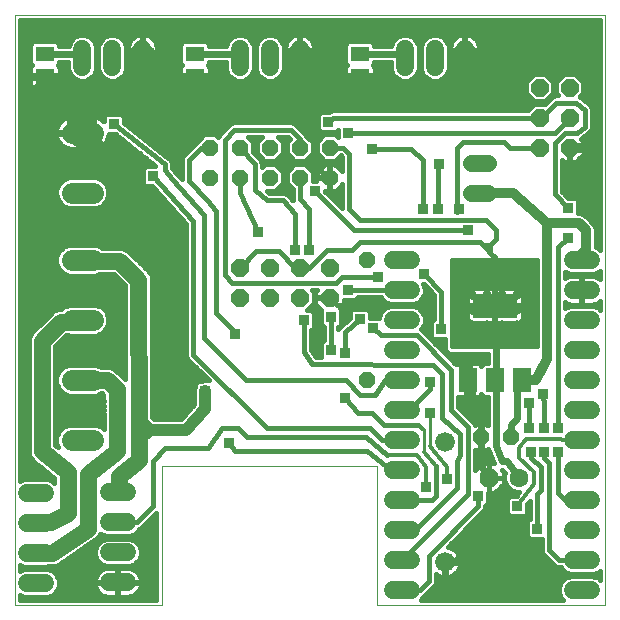
<source format=gtl>
G75*
%MOIN*%
%OFA0B0*%
%FSLAX24Y24*%
%IPPOS*%
%LPD*%
%AMOC8*
5,1,8,0,0,1.08239X$1,22.5*
%
%ADD10C,0.0000*%
%ADD11OC8,0.0630*%
%ADD12C,0.0630*%
%ADD13OC8,0.0520*%
%ADD14R,0.0591X0.0787*%
%ADD15R,0.1496X0.0787*%
%ADD16C,0.0600*%
%ADD17C,0.0560*%
%ADD18OC8,0.0560*%
%ADD19OC8,0.0594*%
%ADD20OC8,0.0600*%
%ADD21C,0.0660*%
%ADD22R,0.0630X0.0512*%
%ADD23C,0.0705*%
%ADD24C,0.0560*%
%ADD25C,0.0240*%
%ADD26C,0.1000*%
%ADD27C,0.0160*%
%ADD28C,0.0320*%
%ADD29R,0.0356X0.0356*%
%ADD30C,0.0400*%
%ADD31C,0.0317*%
%ADD32C,0.0100*%
%ADD33C,0.0120*%
D10*
X000267Y000180D02*
X000267Y019865D01*
X019952Y019865D01*
X019952Y000180D01*
X012326Y000180D01*
X012326Y004836D01*
X005161Y004836D01*
X005161Y000180D01*
X000267Y000180D01*
D11*
X016067Y004430D03*
D12*
X017067Y004430D03*
D13*
X016817Y005780D03*
X015817Y005780D03*
X012017Y007680D03*
X012017Y011680D03*
D14*
X015361Y007690D03*
X016267Y007690D03*
X017172Y007690D03*
D15*
X016267Y010170D03*
D16*
X018867Y009680D02*
X019467Y009680D01*
X019467Y008680D02*
X018867Y008680D01*
X018867Y007680D02*
X019467Y007680D01*
X019467Y006680D02*
X018867Y006680D01*
X018867Y005680D02*
X019467Y005680D01*
X019467Y004680D02*
X018867Y004680D01*
X018867Y003680D02*
X019467Y003680D01*
X019467Y002680D02*
X018867Y002680D01*
X018867Y001680D02*
X019467Y001680D01*
X019467Y000680D02*
X018867Y000680D01*
X013467Y000680D02*
X012867Y000680D01*
X012867Y001680D02*
X013467Y001680D01*
X013467Y002680D02*
X012867Y002680D01*
X012867Y003680D02*
X013467Y003680D01*
X013467Y004680D02*
X012867Y004680D01*
X012867Y005680D02*
X013467Y005680D01*
X013467Y006680D02*
X012867Y006680D01*
X012867Y007680D02*
X013467Y007680D01*
X013467Y008680D02*
X012867Y008680D01*
X012867Y009680D02*
X013467Y009680D01*
X013467Y010680D02*
X012867Y010680D01*
X012867Y011680D02*
X013467Y011680D01*
X018867Y011680D02*
X019467Y011680D01*
X019467Y010680D02*
X018867Y010680D01*
X015267Y018130D02*
X015267Y018730D01*
X014267Y018730D02*
X014267Y018130D01*
X013267Y018130D02*
X013267Y018730D01*
X009767Y018730D02*
X009767Y018130D01*
X008767Y018130D02*
X008767Y018730D01*
X007767Y018730D02*
X007767Y018130D01*
X004517Y018130D02*
X004517Y018730D01*
X003517Y018730D02*
X003517Y018130D01*
X002517Y018130D02*
X002517Y018730D01*
X003403Y003943D02*
X004003Y003943D01*
X004003Y002943D02*
X003403Y002943D01*
X003403Y001943D02*
X004003Y001943D01*
X004003Y000943D02*
X003403Y000943D01*
X001273Y000926D02*
X000673Y000926D01*
X000673Y001926D02*
X001273Y001926D01*
X001273Y002926D02*
X000673Y002926D01*
X000673Y003926D02*
X001273Y003926D01*
D17*
X010767Y014430D03*
D18*
X010767Y015430D03*
X009767Y015430D03*
X009767Y014430D03*
X008767Y014430D03*
X008767Y015430D03*
X007767Y015430D03*
X006767Y015430D03*
X006767Y014430D03*
X007767Y014430D03*
D19*
X017767Y015430D03*
X018767Y015430D03*
X018767Y016430D03*
X017767Y016430D03*
X017767Y017430D03*
X018767Y017430D03*
D20*
X010767Y011430D03*
X010767Y010430D03*
X009767Y010430D03*
X009767Y011430D03*
X008767Y011430D03*
X008767Y010430D03*
X007767Y010430D03*
X007767Y011430D03*
D21*
X014617Y005630D03*
X014617Y001630D03*
D22*
X011767Y017806D03*
X011767Y018554D03*
X006267Y018554D03*
X006267Y017806D03*
X001267Y017806D03*
X001267Y018554D03*
D23*
X002164Y015930D02*
X002869Y015930D01*
X002869Y013930D02*
X002164Y013930D01*
X002164Y011680D02*
X002869Y011680D01*
X002869Y009680D02*
X002164Y009680D01*
X002164Y007680D02*
X002869Y007680D01*
X002869Y005680D02*
X002164Y005680D01*
D24*
X001180Y005311D02*
X002029Y004636D01*
X002029Y003257D01*
X001467Y002955D01*
X000973Y002926D01*
X000973Y001926D02*
X001507Y001912D01*
X002707Y002733D01*
X002709Y004570D01*
X003686Y005329D01*
X003660Y007393D01*
X003347Y007680D01*
X002517Y007680D01*
X001180Y008990D02*
X001807Y009617D01*
X002453Y009617D01*
X002517Y009680D01*
X001180Y008990D02*
X001180Y005311D01*
X003747Y004491D02*
X003703Y003943D01*
X003747Y004491D02*
X004402Y005006D01*
X004400Y005930D01*
X004400Y006030D01*
X004390Y011035D01*
X003739Y011656D01*
X002541Y011656D01*
X002517Y011680D01*
X005677Y012770D02*
X002517Y015930D01*
X005677Y012770D02*
X005680Y006622D01*
X015487Y013930D02*
X016047Y013930D01*
X016047Y014930D02*
X015487Y014930D01*
D25*
X013267Y018430D02*
X013143Y018554D01*
X011767Y018554D01*
X007767Y018430D02*
X007643Y018554D01*
X006267Y018554D01*
X002517Y018430D02*
X002393Y018554D01*
X001267Y018554D01*
X015361Y007690D02*
X015517Y007284D01*
X015517Y006480D01*
X015817Y006180D01*
X015817Y005780D01*
X015817Y004830D01*
X016067Y004430D01*
X016517Y004980D02*
X016317Y005480D01*
X016317Y008830D01*
X016517Y009030D01*
X017172Y007690D02*
X017017Y007284D01*
X017017Y006430D01*
X016817Y006180D01*
X016817Y005780D01*
X016667Y004980D02*
X016517Y004980D01*
X016667Y004980D02*
X017067Y004430D01*
D26*
X015267Y017180D02*
X011717Y017180D01*
X010417Y017180D01*
X009767Y017180D01*
X006267Y017180D01*
X004517Y017180D01*
X002517Y017180D01*
X002517Y015930D01*
X002517Y017180D02*
X001267Y017180D01*
X004517Y017180D02*
X004517Y018430D01*
X009767Y018430D02*
X009767Y017180D01*
X015267Y017180D02*
X015267Y018430D01*
D27*
X015287Y018450D02*
X015747Y018450D01*
X015747Y018768D01*
X015735Y018842D01*
X015711Y018914D01*
X015677Y018982D01*
X015633Y019043D01*
X015579Y019096D01*
X015518Y019141D01*
X015451Y019175D01*
X015379Y019198D01*
X015304Y019210D01*
X015287Y019210D01*
X015287Y018450D01*
X015287Y018410D01*
X015747Y018410D01*
X015747Y018092D01*
X015735Y018018D01*
X015711Y017946D01*
X015677Y017878D01*
X015633Y017817D01*
X015579Y017764D01*
X015518Y017719D01*
X015451Y017685D01*
X015379Y017662D01*
X015304Y017650D01*
X015287Y017650D01*
X015287Y018410D01*
X015247Y018410D01*
X015247Y017650D01*
X015229Y017650D01*
X015154Y017662D01*
X015082Y017685D01*
X015015Y017719D01*
X014954Y017764D01*
X014901Y017817D01*
X014856Y017878D01*
X014822Y017946D01*
X014798Y018018D01*
X014787Y018092D01*
X014787Y018410D01*
X015247Y018410D01*
X015247Y018450D01*
X015247Y019210D01*
X015229Y019210D01*
X015154Y019198D01*
X015082Y019175D01*
X015015Y019141D01*
X014954Y019096D01*
X014901Y019043D01*
X014856Y018982D01*
X014822Y018914D01*
X014798Y018842D01*
X014787Y018768D01*
X014787Y018450D01*
X015247Y018450D01*
X015287Y018450D01*
X015287Y018408D02*
X015247Y018408D01*
X015247Y018566D02*
X015287Y018566D01*
X015287Y018725D02*
X015247Y018725D01*
X015247Y018883D02*
X015287Y018883D01*
X015287Y019042D02*
X015247Y019042D01*
X015247Y019200D02*
X015287Y019200D01*
X015367Y019200D02*
X019772Y019200D01*
X019772Y019042D02*
X015634Y019042D01*
X015722Y018883D02*
X019772Y018883D01*
X019772Y018725D02*
X015747Y018725D01*
X015747Y018566D02*
X019772Y018566D01*
X019772Y018408D02*
X015747Y018408D01*
X015747Y018249D02*
X019772Y018249D01*
X019772Y018091D02*
X015746Y018091D01*
X015705Y017932D02*
X019772Y017932D01*
X019772Y017774D02*
X019070Y017774D01*
X018956Y017888D02*
X018577Y017888D01*
X018309Y017620D01*
X018309Y017240D01*
X018379Y017171D01*
X018269Y017171D01*
X018180Y017134D01*
X018113Y017066D01*
X017934Y016888D01*
X017577Y016888D01*
X017360Y016671D01*
X010819Y016671D01*
X010730Y016634D01*
X010715Y016619D01*
X010472Y016619D01*
X010378Y016525D01*
X010378Y016035D01*
X010472Y015941D01*
X010961Y015941D01*
X011028Y016008D01*
X011028Y015792D01*
X010949Y015871D01*
X010584Y015871D01*
X010326Y015613D01*
X010326Y015247D01*
X010584Y014989D01*
X010949Y014989D01*
X011133Y015173D01*
X011176Y015130D01*
X011176Y014640D01*
X011160Y014671D01*
X011118Y014730D01*
X011066Y014781D01*
X011008Y014823D01*
X010943Y014856D01*
X010874Y014879D01*
X010803Y014890D01*
X010777Y014890D01*
X010777Y014440D01*
X010757Y014440D01*
X010757Y014890D01*
X010730Y014890D01*
X010659Y014879D01*
X010590Y014856D01*
X010526Y014823D01*
X010467Y014781D01*
X010416Y014730D01*
X010373Y014671D01*
X010340Y014607D01*
X010318Y014538D01*
X010307Y014466D01*
X010307Y014440D01*
X010757Y014440D01*
X010757Y014420D01*
X010777Y014420D01*
X010777Y013970D01*
X010803Y013970D01*
X010874Y013981D01*
X010943Y014004D01*
X011008Y014037D01*
X011066Y014079D01*
X011118Y014130D01*
X011160Y014189D01*
X011176Y014220D01*
X011176Y013411D01*
X010605Y013982D01*
X010605Y013999D01*
X010659Y013981D01*
X010730Y013970D01*
X010757Y013970D01*
X010757Y014420D01*
X010307Y014420D01*
X010307Y014394D01*
X010318Y014322D01*
X010319Y014319D01*
X010207Y014319D01*
X010207Y014613D01*
X009949Y014871D01*
X009584Y014871D01*
X009326Y014613D01*
X009326Y014247D01*
X009526Y014047D01*
X009526Y013739D01*
X009523Y013701D01*
X009525Y013696D01*
X009424Y013810D01*
X009421Y013816D01*
X009392Y013845D01*
X009365Y013876D01*
X009358Y013879D01*
X009353Y013884D01*
X009315Y013900D01*
X009279Y013917D01*
X009271Y013918D01*
X009265Y013921D01*
X009224Y013921D01*
X009183Y013923D01*
X009176Y013921D01*
X008757Y013921D01*
X008679Y013989D01*
X008949Y013989D01*
X009207Y014247D01*
X009207Y014613D01*
X008949Y014871D01*
X008584Y014871D01*
X008507Y014794D01*
X008507Y014874D01*
X008509Y014916D01*
X008507Y014922D01*
X008507Y014928D01*
X008491Y014967D01*
X008477Y015006D01*
X008473Y015011D01*
X008471Y015016D01*
X008441Y015046D01*
X008207Y015303D01*
X008207Y015613D01*
X008031Y015789D01*
X008503Y015789D01*
X008326Y015613D01*
X008326Y015247D01*
X008584Y014989D01*
X008949Y014989D01*
X009207Y015247D01*
X009207Y015613D01*
X009031Y015789D01*
X009367Y015789D01*
X009435Y015721D01*
X009326Y015613D01*
X009326Y015247D01*
X009584Y014989D01*
X009949Y014989D01*
X010207Y015247D01*
X010207Y015613D01*
X009983Y015837D01*
X009971Y015866D01*
X009671Y016166D01*
X009603Y016234D01*
X009515Y016271D01*
X007605Y016271D01*
X007596Y016274D01*
X007557Y016271D01*
X007519Y016271D01*
X007510Y016267D01*
X007500Y016266D01*
X007466Y016249D01*
X007430Y016234D01*
X007424Y016227D01*
X007415Y016223D01*
X007390Y016194D01*
X007363Y016166D01*
X007359Y016158D01*
X007090Y015844D01*
X007063Y015816D01*
X007059Y015808D01*
X007053Y015800D01*
X007045Y015775D01*
X006949Y015871D01*
X006584Y015871D01*
X006360Y015646D01*
X006330Y015634D01*
X006263Y015566D01*
X005863Y015166D01*
X005826Y015078D01*
X005826Y014392D01*
X005700Y014536D01*
X005507Y014767D01*
X005507Y014846D01*
X005511Y014860D01*
X005507Y014894D01*
X005507Y014928D01*
X005502Y014941D01*
X005500Y014955D01*
X005484Y014985D01*
X005471Y015016D01*
X005461Y015026D01*
X005454Y015039D01*
X005427Y015060D01*
X005403Y015084D01*
X005390Y015089D01*
X003905Y016268D01*
X003905Y016475D01*
X003811Y016569D01*
X003322Y016569D01*
X003228Y016475D01*
X003228Y016324D01*
X003216Y016336D01*
X003148Y016385D01*
X003074Y016423D01*
X002994Y016449D01*
X002911Y016462D01*
X002554Y016462D01*
X002554Y015968D01*
X002479Y015968D01*
X002479Y016462D01*
X002122Y016462D01*
X002039Y016449D01*
X001960Y016423D01*
X001885Y016385D01*
X001817Y016336D01*
X001758Y016277D01*
X001709Y016209D01*
X001671Y016134D01*
X001645Y016055D01*
X001632Y015972D01*
X001632Y015968D01*
X002479Y015968D01*
X002479Y015892D01*
X002554Y015892D01*
X002554Y015397D01*
X002911Y015398D01*
X002994Y015411D01*
X003074Y015437D01*
X003148Y015475D01*
X003216Y015524D01*
X003275Y015583D01*
X003325Y015651D01*
X003363Y015726D01*
X003389Y015805D01*
X003402Y015888D01*
X003402Y015891D01*
X003606Y015891D01*
X004957Y014819D01*
X004622Y014819D01*
X004528Y014725D01*
X004528Y014235D01*
X004622Y014141D01*
X004848Y014141D01*
X005976Y012888D01*
X005976Y008482D01*
X006013Y008394D01*
X006080Y008326D01*
X006735Y007672D01*
X006688Y007691D01*
X006545Y007691D01*
X006492Y007669D01*
X006372Y007669D01*
X006278Y007575D01*
X006278Y007455D01*
X006256Y007402D01*
X006256Y006872D01*
X005809Y006391D01*
X004916Y006391D01*
X004839Y006467D01*
X004831Y010953D01*
X004832Y010958D01*
X005976Y010958D01*
X005976Y010800D02*
X004831Y010800D01*
X004832Y010958D02*
X004830Y011041D01*
X004830Y011124D01*
X004828Y011128D01*
X004828Y011133D01*
X004795Y011209D01*
X004763Y011285D01*
X004759Y011289D01*
X004757Y011293D01*
X004697Y011351D01*
X004639Y011409D01*
X004634Y011411D01*
X004047Y011971D01*
X003988Y012030D01*
X003983Y012032D01*
X003979Y012035D01*
X003903Y012065D01*
X003826Y012097D01*
X003821Y012097D01*
X003816Y012099D01*
X003733Y012097D01*
X003178Y012097D01*
X003160Y012115D01*
X002971Y012193D01*
X002062Y012193D01*
X001873Y012115D01*
X001729Y011971D01*
X001651Y011782D01*
X001651Y011578D01*
X001729Y011389D01*
X001873Y011245D01*
X002062Y011167D01*
X002971Y011167D01*
X003088Y011215D01*
X003562Y011215D01*
X003949Y010846D01*
X003956Y007721D01*
X003905Y007770D01*
X003898Y007773D01*
X003651Y007999D01*
X003596Y008054D01*
X003587Y008058D01*
X003579Y008064D01*
X003506Y008091D01*
X003434Y008121D01*
X003424Y008121D01*
X003414Y008124D01*
X003337Y008121D01*
X003146Y008121D01*
X002971Y008193D01*
X002062Y008193D01*
X001873Y008115D01*
X001729Y007971D01*
X001651Y007782D01*
X001651Y007578D01*
X001729Y007389D01*
X001873Y007245D01*
X002062Y007167D01*
X002971Y007167D01*
X003146Y007239D01*
X003176Y007239D01*
X003222Y007197D01*
X003237Y006038D01*
X003160Y006115D01*
X002971Y006193D01*
X002062Y006193D01*
X001873Y006115D01*
X001729Y005971D01*
X001651Y005782D01*
X001651Y005578D01*
X001699Y005461D01*
X001621Y005524D01*
X001621Y008807D01*
X001989Y009176D01*
X002040Y009176D01*
X002062Y009167D01*
X002971Y009167D01*
X003160Y009245D01*
X003304Y009389D01*
X003382Y009578D01*
X003382Y009782D01*
X003304Y009971D01*
X003160Y010115D01*
X002971Y010193D01*
X002062Y010193D01*
X001873Y010115D01*
X001816Y010057D01*
X001719Y010057D01*
X001557Y009990D01*
X001433Y009866D01*
X000806Y009239D01*
X000739Y009078D01*
X000739Y005373D01*
X000732Y005348D01*
X000739Y005286D01*
X000739Y005223D01*
X000749Y005200D01*
X000752Y005174D01*
X000782Y005119D01*
X000806Y005061D01*
X000825Y005043D01*
X000837Y005021D01*
X000886Y004982D01*
X000930Y004937D01*
X000954Y004928D01*
X001588Y004423D01*
X001588Y004262D01*
X001534Y004317D01*
X001365Y004387D01*
X000581Y004387D01*
X000447Y004331D01*
X000447Y019685D01*
X019772Y019685D01*
X019772Y012026D01*
X019728Y012071D01*
X019637Y012108D01*
X019637Y012744D01*
X019589Y012862D01*
X019339Y013112D01*
X019248Y013202D01*
X019130Y013251D01*
X019055Y013251D01*
X019055Y013675D01*
X018961Y013769D01*
X018718Y013769D01*
X018507Y013980D01*
X018507Y015015D01*
X018569Y014953D01*
X018748Y014953D01*
X018748Y015412D01*
X018785Y015412D01*
X018785Y015448D01*
X019244Y015448D01*
X019244Y015628D01*
X019147Y015724D01*
X019153Y015726D01*
X019177Y015750D01*
X019390Y015921D01*
X019403Y015926D01*
X019427Y015950D01*
X019454Y015972D01*
X019461Y015984D01*
X019471Y015994D01*
X019484Y016026D01*
X019501Y016056D01*
X019502Y016069D01*
X019507Y016082D01*
X019507Y016117D01*
X019511Y016151D01*
X019507Y016164D01*
X019507Y016643D01*
X019511Y016654D01*
X019507Y016691D01*
X019507Y016728D01*
X019503Y016738D01*
X019502Y016749D01*
X019485Y016782D01*
X019471Y016816D01*
X019463Y016824D01*
X019458Y016834D01*
X019429Y016858D01*
X019403Y016884D01*
X019393Y016888D01*
X019129Y017108D01*
X019110Y017127D01*
X019224Y017240D01*
X019224Y017620D01*
X018956Y017888D01*
X019224Y017615D02*
X019772Y017615D01*
X019772Y017457D02*
X019224Y017457D01*
X019224Y017298D02*
X019772Y017298D01*
X019772Y017140D02*
X019123Y017140D01*
X019281Y016981D02*
X019772Y016981D01*
X019772Y016823D02*
X019465Y016823D01*
X019510Y016664D02*
X019772Y016664D01*
X019772Y016506D02*
X019507Y016506D01*
X019507Y016347D02*
X019772Y016347D01*
X019772Y016189D02*
X019507Y016189D01*
X019486Y016030D02*
X019772Y016030D01*
X019772Y015872D02*
X019329Y015872D01*
X019158Y015713D02*
X019772Y015713D01*
X019772Y015555D02*
X019244Y015555D01*
X019244Y015412D02*
X018785Y015412D01*
X018785Y014953D01*
X018964Y014953D01*
X019244Y015232D01*
X019244Y015412D01*
X019244Y015396D02*
X019772Y015396D01*
X019772Y015238D02*
X019244Y015238D01*
X019090Y015079D02*
X019772Y015079D01*
X019772Y014921D02*
X018507Y014921D01*
X018507Y014762D02*
X019772Y014762D01*
X019772Y014604D02*
X018507Y014604D01*
X018507Y014445D02*
X019772Y014445D01*
X019772Y014287D02*
X018507Y014287D01*
X018507Y014128D02*
X019772Y014128D01*
X019772Y013970D02*
X018518Y013970D01*
X018676Y013811D02*
X019772Y013811D01*
X019772Y013653D02*
X019055Y013653D01*
X019055Y013494D02*
X019772Y013494D01*
X019772Y013336D02*
X019055Y013336D01*
X019273Y013177D02*
X019772Y013177D01*
X019772Y013019D02*
X019432Y013019D01*
X019589Y012860D02*
X019772Y012860D01*
X019772Y012702D02*
X019637Y012702D01*
X019637Y012543D02*
X019772Y012543D01*
X019772Y012385D02*
X019637Y012385D01*
X019637Y012226D02*
X019772Y012226D01*
X019772Y012068D02*
X019731Y012068D01*
X019772Y011334D02*
X019772Y011052D01*
X019718Y011091D01*
X019651Y011125D01*
X019579Y011148D01*
X019504Y011160D01*
X019187Y011160D01*
X019187Y010700D01*
X019147Y010700D01*
X019147Y011160D01*
X018829Y011160D01*
X018754Y011148D01*
X018682Y011125D01*
X018615Y011091D01*
X018607Y011085D01*
X018607Y011289D01*
X018775Y011219D01*
X019558Y011219D01*
X019728Y011289D01*
X019772Y011334D01*
X019772Y011275D02*
X019693Y011275D01*
X019667Y011117D02*
X019772Y011117D01*
X019187Y011117D02*
X019147Y011117D01*
X019147Y010958D02*
X019187Y010958D01*
X019187Y010800D02*
X019147Y010800D01*
X019147Y010660D02*
X019187Y010660D01*
X019187Y010200D01*
X019504Y010200D01*
X019579Y010212D01*
X019651Y010235D01*
X019718Y010269D01*
X019772Y010308D01*
X019772Y010026D01*
X019728Y010071D01*
X019558Y010141D01*
X018775Y010141D01*
X018607Y010071D01*
X018607Y010275D01*
X018615Y010269D01*
X018682Y010235D01*
X018754Y010212D01*
X018829Y010200D01*
X019147Y010200D01*
X019147Y010660D01*
X019147Y010641D02*
X019187Y010641D01*
X019187Y010483D02*
X019147Y010483D01*
X019147Y010324D02*
X019187Y010324D01*
X018607Y010166D02*
X019772Y010166D01*
X018666Y011117D02*
X018607Y011117D01*
X018607Y011275D02*
X018640Y011275D01*
X018367Y012130D02*
X018717Y012430D01*
X018367Y012130D02*
X018367Y006080D01*
X017917Y006080D02*
X017917Y006830D01*
X017867Y007230D01*
X017417Y006930D02*
X017417Y006080D01*
X017467Y005280D02*
X017467Y005080D01*
X017817Y004780D01*
X017817Y004030D01*
X017667Y003880D01*
X017667Y002730D01*
X017328Y002716D02*
X015293Y002716D01*
X015135Y002558D02*
X017328Y002558D01*
X017328Y002485D02*
X017422Y002391D01*
X017826Y002391D01*
X017826Y001982D01*
X017863Y001894D01*
X017930Y001826D01*
X018280Y001476D01*
X018369Y001439D01*
X018468Y001439D01*
X018476Y001419D01*
X018606Y001289D01*
X018775Y001219D01*
X019558Y001219D01*
X019728Y001289D01*
X019772Y001334D01*
X019772Y001026D01*
X019728Y001071D01*
X019558Y001141D01*
X018775Y001141D01*
X018606Y001071D01*
X018476Y000941D01*
X018406Y000772D01*
X018406Y000588D01*
X018476Y000419D01*
X018535Y000360D01*
X013798Y000360D01*
X013857Y000419D01*
X013876Y000465D01*
X013903Y000476D01*
X014203Y000776D01*
X014271Y000844D01*
X014307Y000932D01*
X014307Y001224D01*
X014349Y001194D01*
X014421Y001157D01*
X014497Y001133D01*
X014577Y001120D01*
X014587Y001120D01*
X014587Y001600D01*
X014647Y001600D01*
X014647Y001660D01*
X015127Y001660D01*
X015127Y001670D01*
X015114Y001749D01*
X015089Y001826D01*
X015053Y001897D01*
X015006Y001962D01*
X014949Y002019D01*
X014884Y002066D01*
X014812Y002103D01*
X014736Y002127D01*
X014709Y002132D01*
X015853Y003276D01*
X015921Y003344D01*
X015957Y003432D01*
X015957Y003491D01*
X015961Y003491D01*
X016055Y003585D01*
X016055Y003935D01*
X016067Y003935D01*
X016272Y003935D01*
X016562Y004225D01*
X016562Y004430D01*
X016562Y004635D01*
X016497Y004699D01*
X016515Y004699D01*
X016524Y004699D01*
X016613Y004577D01*
X016591Y004525D01*
X016591Y004335D01*
X016663Y004161D01*
X016797Y004027D01*
X016972Y003954D01*
X017091Y003954D01*
X016991Y003819D01*
X016772Y003819D01*
X016678Y003725D01*
X016678Y003235D01*
X016772Y003141D01*
X017261Y003141D01*
X017355Y003235D01*
X017355Y003569D01*
X017426Y003665D01*
X017426Y003069D01*
X017422Y003069D01*
X017328Y002975D01*
X017328Y002485D01*
X017414Y002399D02*
X014976Y002399D01*
X014818Y002241D02*
X017826Y002241D01*
X017826Y002082D02*
X014853Y002082D01*
X015034Y001924D02*
X017850Y001924D01*
X017991Y001765D02*
X015109Y001765D01*
X015127Y001600D02*
X014647Y001600D01*
X014647Y001120D01*
X014657Y001120D01*
X014736Y001133D01*
X014812Y001157D01*
X014884Y001194D01*
X014949Y001241D01*
X015006Y001298D01*
X015053Y001363D01*
X015089Y001434D01*
X015114Y001511D01*
X015127Y001590D01*
X015127Y001600D01*
X015094Y001448D02*
X018348Y001448D01*
X018417Y001680D02*
X018067Y002030D01*
X018067Y004930D01*
X017917Y005080D01*
X017917Y005280D01*
X018367Y005280D02*
X018367Y003930D01*
X018617Y003680D01*
X019167Y003680D01*
X017426Y003509D02*
X017355Y003509D01*
X017355Y003350D02*
X017426Y003350D01*
X017426Y003192D02*
X017312Y003192D01*
X017386Y003033D02*
X015610Y003033D01*
X015452Y002875D02*
X017328Y002875D01*
X016722Y003192D02*
X015769Y003192D01*
X015923Y003350D02*
X016678Y003350D01*
X016678Y003509D02*
X015979Y003509D01*
X016055Y003667D02*
X016678Y003667D01*
X016996Y003826D02*
X016055Y003826D01*
X016067Y003935D02*
X016067Y004430D01*
X016562Y004430D01*
X016067Y004430D01*
X016067Y004430D01*
X016067Y004430D01*
X016067Y004925D01*
X016236Y004925D01*
X016236Y004926D01*
X016057Y005374D01*
X016050Y005391D01*
X015999Y005340D01*
X015817Y005340D01*
X015817Y005780D01*
X015817Y005780D01*
X015817Y005780D01*
X015817Y006220D01*
X015999Y006220D01*
X016036Y006183D01*
X016036Y007135D01*
X015905Y007135D01*
X015820Y007220D01*
X015800Y007186D01*
X015767Y007152D01*
X015726Y007128D01*
X015680Y007116D01*
X015429Y007116D01*
X015429Y007622D01*
X015294Y007622D01*
X015294Y007116D01*
X015057Y007116D01*
X015057Y006780D01*
X015571Y006266D01*
X015603Y006189D01*
X015634Y006220D01*
X015817Y006220D01*
X015817Y005780D01*
X015817Y005340D01*
X015634Y005340D01*
X015607Y005367D01*
X015607Y004671D01*
X015862Y004925D01*
X016067Y004925D01*
X016067Y004430D01*
X016067Y004430D01*
X016067Y002880D01*
X014867Y001630D01*
X014617Y001630D01*
X014647Y001607D02*
X018150Y001607D01*
X018417Y001680D02*
X019167Y001680D01*
X018606Y001290D02*
X014997Y001290D01*
X014726Y001131D02*
X018752Y001131D01*
X018508Y000973D02*
X014307Y000973D01*
X014307Y001131D02*
X014507Y001131D01*
X014587Y001131D02*
X014647Y001131D01*
X014647Y001290D02*
X014587Y001290D01*
X014587Y001448D02*
X014647Y001448D01*
X014067Y001830D02*
X014067Y000980D01*
X013767Y000680D01*
X013167Y000680D01*
X013924Y000497D02*
X018444Y000497D01*
X018406Y000656D02*
X014083Y000656D01*
X014241Y000814D02*
X018424Y000814D01*
X019582Y001131D02*
X019772Y001131D01*
X019772Y001290D02*
X019728Y001290D01*
X016900Y003984D02*
X016321Y003984D01*
X016479Y004143D02*
X016681Y004143D01*
X016605Y004301D02*
X016562Y004301D01*
X016562Y004460D02*
X016591Y004460D01*
X016583Y004618D02*
X016562Y004618D01*
X016232Y004935D02*
X015607Y004935D01*
X015607Y004777D02*
X015713Y004777D01*
X015607Y005094D02*
X016169Y005094D01*
X016106Y005252D02*
X015607Y005252D01*
X015817Y005411D02*
X015817Y005411D01*
X015817Y005569D02*
X015817Y005569D01*
X015817Y005728D02*
X015817Y005728D01*
X015817Y005886D02*
X015817Y005886D01*
X015817Y006045D02*
X015817Y006045D01*
X015817Y006203D02*
X015817Y006203D01*
X016016Y006203D02*
X016036Y006203D01*
X016036Y006362D02*
X015476Y006362D01*
X015597Y006203D02*
X015617Y006203D01*
X015367Y006130D02*
X014817Y006680D01*
X014817Y008030D01*
X013667Y009180D01*
X012467Y009180D01*
X012217Y009430D01*
X012105Y009769D02*
X012105Y009975D01*
X012011Y010069D01*
X011522Y010069D01*
X011428Y009975D01*
X011428Y009749D01*
X011136Y009487D01*
X011130Y009484D01*
X011101Y009455D01*
X011070Y009427D01*
X011067Y009421D01*
X011063Y009416D01*
X011057Y009404D01*
X011057Y009441D01*
X011061Y009441D01*
X011155Y009535D01*
X011155Y010025D01*
X011098Y010082D01*
X011247Y010231D01*
X011247Y010341D01*
X011611Y010341D01*
X011705Y010435D01*
X011705Y010439D01*
X012468Y010439D01*
X012476Y010419D01*
X012606Y010289D01*
X012775Y010219D01*
X013558Y010219D01*
X013728Y010289D01*
X013857Y010419D01*
X013927Y010588D01*
X013927Y010772D01*
X013878Y010891D01*
X013901Y010891D01*
X014226Y010536D01*
X014226Y009719D01*
X014222Y009719D01*
X014128Y009625D01*
X014128Y009135D01*
X014222Y009041D01*
X014606Y009041D01*
X014606Y008693D01*
X014729Y008569D01*
X016036Y008569D01*
X016036Y008244D01*
X015905Y008244D01*
X015820Y008160D01*
X015800Y008194D01*
X015767Y008228D01*
X015726Y008251D01*
X015680Y008264D01*
X015429Y008264D01*
X015429Y007757D01*
X015294Y007757D01*
X015294Y008264D01*
X015042Y008264D01*
X014996Y008251D01*
X014958Y008229D01*
X013871Y009316D01*
X013813Y009374D01*
X013857Y009419D01*
X013927Y009588D01*
X013927Y009772D01*
X013857Y009941D01*
X013728Y010071D01*
X013558Y010141D01*
X012775Y010141D01*
X012606Y010071D01*
X012476Y009941D01*
X012406Y009772D01*
X012406Y009769D01*
X012105Y009769D01*
X012105Y009849D02*
X012438Y009849D01*
X012542Y010007D02*
X012073Y010007D01*
X011767Y009730D02*
X011267Y009280D01*
X011267Y008580D01*
X010817Y008680D02*
X010817Y009780D01*
X011155Y009849D02*
X011428Y009849D01*
X011460Y010007D02*
X011155Y010007D01*
X011181Y010166D02*
X014226Y010166D01*
X014226Y010324D02*
X013762Y010324D01*
X013717Y010180D02*
X011017Y010180D01*
X010767Y010430D01*
X010747Y010450D02*
X010747Y010410D01*
X010287Y010410D01*
X010287Y010231D01*
X010486Y010032D01*
X010478Y010025D01*
X010478Y009535D01*
X010572Y009441D01*
X010576Y009441D01*
X010576Y009019D01*
X010572Y009019D01*
X010478Y008925D01*
X010478Y008467D01*
X010301Y008469D01*
X010157Y008699D01*
X010157Y009341D01*
X010161Y009341D01*
X010255Y009435D01*
X010255Y009925D01*
X010161Y010019D01*
X010007Y010019D01*
X010227Y010239D01*
X010227Y010621D01*
X010159Y010689D01*
X010347Y010689D01*
X010287Y010629D01*
X010287Y010450D01*
X010747Y010450D01*
X010287Y010483D02*
X010227Y010483D01*
X010227Y010324D02*
X010287Y010324D01*
X010352Y010166D02*
X010154Y010166D01*
X010173Y010007D02*
X010478Y010007D01*
X010478Y009849D02*
X010255Y009849D01*
X010255Y009690D02*
X010478Y009690D01*
X010482Y009532D02*
X010255Y009532D01*
X010193Y009373D02*
X010576Y009373D01*
X010576Y009215D02*
X010157Y009215D01*
X010157Y009056D02*
X010576Y009056D01*
X010478Y008898D02*
X010157Y008898D01*
X010157Y008739D02*
X010478Y008739D01*
X010478Y008581D02*
X010231Y008581D01*
X009917Y008630D02*
X009917Y009680D01*
X010207Y010641D02*
X010299Y010641D01*
X010967Y010930D02*
X007517Y010930D01*
X007267Y011180D01*
X007267Y015680D01*
X007567Y016030D01*
X009467Y016030D01*
X009767Y015730D01*
X009767Y015430D01*
X010107Y015713D02*
X010426Y015713D01*
X010326Y015555D02*
X010207Y015555D01*
X010207Y015396D02*
X010326Y015396D01*
X010336Y015238D02*
X010197Y015238D01*
X010039Y015079D02*
X010494Y015079D01*
X010267Y014880D02*
X010267Y017030D01*
X010417Y017180D01*
X010803Y016664D02*
X000447Y016664D01*
X000447Y016506D02*
X003259Y016506D01*
X003228Y016347D02*
X003201Y016347D01*
X003567Y016230D02*
X005267Y014880D01*
X005267Y014680D01*
X005517Y014380D01*
X006567Y013180D01*
X006567Y009080D01*
X007967Y007680D01*
X011317Y007680D01*
X011767Y007180D01*
X012267Y007180D01*
X012617Y007680D01*
X013167Y007680D01*
X014117Y007630D02*
X014117Y007380D01*
X013417Y006680D01*
X013167Y006680D01*
X013717Y006180D02*
X012567Y006180D01*
X012167Y006580D01*
X011717Y006580D01*
X011267Y007080D01*
X012117Y006080D02*
X008667Y006080D01*
X006217Y008530D01*
X006217Y012980D01*
X004867Y014480D01*
X004528Y014445D02*
X000447Y014445D01*
X000447Y014287D02*
X001795Y014287D01*
X001729Y014221D02*
X001651Y014032D01*
X001651Y013828D01*
X001729Y013639D01*
X001873Y013495D01*
X002062Y013417D01*
X002971Y013417D01*
X003160Y013495D01*
X003304Y013639D01*
X003382Y013828D01*
X003382Y014032D01*
X003304Y014221D01*
X003160Y014365D01*
X002971Y014443D01*
X002062Y014443D01*
X001873Y014365D01*
X001729Y014221D01*
X001691Y014128D02*
X000447Y014128D01*
X000447Y013970D02*
X001651Y013970D01*
X001658Y013811D02*
X000447Y013811D01*
X000447Y013653D02*
X001724Y013653D01*
X001876Y013494D02*
X000447Y013494D01*
X000447Y013336D02*
X005573Y013336D01*
X005430Y013494D02*
X003158Y013494D01*
X003310Y013653D02*
X005288Y013653D01*
X005145Y013811D02*
X003375Y013811D01*
X003382Y013970D02*
X005002Y013970D01*
X004860Y014128D02*
X003343Y014128D01*
X003238Y014287D02*
X004528Y014287D01*
X004528Y014604D02*
X000447Y014604D01*
X000447Y014762D02*
X004565Y014762D01*
X004829Y014921D02*
X000447Y014921D01*
X000447Y015079D02*
X004629Y015079D01*
X004429Y015238D02*
X000447Y015238D01*
X000447Y015396D02*
X004230Y015396D01*
X004030Y015555D02*
X003247Y015555D01*
X003356Y015713D02*
X003831Y015713D01*
X003631Y015872D02*
X003399Y015872D01*
X004006Y016189D02*
X007385Y016189D01*
X007250Y016030D02*
X004206Y016030D01*
X004405Y015872D02*
X007114Y015872D01*
X006767Y015430D02*
X006467Y015430D01*
X006067Y015030D01*
X006067Y014330D01*
X006667Y013680D01*
X006967Y013330D01*
X006967Y009930D01*
X007617Y009280D01*
X007617Y009230D01*
X006460Y007947D02*
X004837Y007947D01*
X004836Y008105D02*
X006301Y008105D01*
X006143Y008264D02*
X004836Y008264D01*
X004836Y008422D02*
X006001Y008422D01*
X005976Y008581D02*
X004835Y008581D01*
X004835Y008739D02*
X005976Y008739D01*
X005976Y008898D02*
X004835Y008898D01*
X004834Y009056D02*
X005976Y009056D01*
X005976Y009215D02*
X004834Y009215D01*
X004834Y009373D02*
X005976Y009373D01*
X005976Y009532D02*
X004833Y009532D01*
X004833Y009690D02*
X005976Y009690D01*
X005976Y009849D02*
X004833Y009849D01*
X004832Y010007D02*
X005976Y010007D01*
X005976Y010166D02*
X004832Y010166D01*
X004832Y010324D02*
X005976Y010324D01*
X005976Y010483D02*
X004831Y010483D01*
X004831Y010641D02*
X005976Y010641D01*
X005976Y011117D02*
X004830Y011117D01*
X004767Y011275D02*
X005976Y011275D01*
X005976Y011434D02*
X004610Y011434D01*
X004444Y011592D02*
X005976Y011592D01*
X005976Y011751D02*
X004278Y011751D01*
X004112Y011909D02*
X005976Y011909D01*
X005976Y012068D02*
X003897Y012068D01*
X003666Y011117D02*
X000447Y011117D01*
X000447Y011275D02*
X001843Y011275D01*
X001711Y011434D02*
X000447Y011434D01*
X000447Y011592D02*
X001651Y011592D01*
X001651Y011751D02*
X000447Y011751D01*
X000447Y011909D02*
X001704Y011909D01*
X001826Y012068D02*
X000447Y012068D01*
X000447Y012226D02*
X005976Y012226D01*
X005976Y012385D02*
X000447Y012385D01*
X000447Y012543D02*
X005976Y012543D01*
X005976Y012702D02*
X000447Y012702D01*
X000447Y012860D02*
X005976Y012860D01*
X005858Y013019D02*
X000447Y013019D01*
X000447Y013177D02*
X005716Y013177D01*
X005780Y014445D02*
X005826Y014445D01*
X005826Y014604D02*
X005644Y014604D01*
X005512Y014762D02*
X005826Y014762D01*
X005826Y014921D02*
X005507Y014921D01*
X005408Y015079D02*
X005826Y015079D01*
X005934Y015238D02*
X005204Y015238D01*
X005004Y015396D02*
X006092Y015396D01*
X006251Y015555D02*
X004804Y015555D01*
X004605Y015713D02*
X006426Y015713D01*
X007767Y015430D02*
X008267Y014880D01*
X008267Y014030D01*
X008667Y013680D01*
X009217Y013680D01*
X009617Y013230D01*
X009617Y012030D01*
X010067Y012030D02*
X010067Y013380D01*
X009767Y013730D01*
X009767Y014430D01*
X010058Y014762D02*
X010448Y014762D01*
X010339Y014604D02*
X010207Y014604D01*
X010207Y014445D02*
X010307Y014445D01*
X010717Y014430D02*
X010267Y014880D01*
X010717Y014430D02*
X010767Y014430D01*
X010757Y014445D02*
X010777Y014445D01*
X010777Y014287D02*
X010757Y014287D01*
X010757Y014128D02*
X010777Y014128D01*
X010618Y013970D02*
X011176Y013970D01*
X011176Y014128D02*
X011115Y014128D01*
X011176Y013811D02*
X010776Y013811D01*
X010935Y013653D02*
X011176Y013653D01*
X011176Y013494D02*
X011093Y013494D01*
X011417Y013380D02*
X011767Y013030D01*
X015967Y013030D01*
X016317Y012680D01*
X016317Y012380D01*
X016117Y012180D01*
X016117Y011930D01*
X016267Y011780D01*
X016267Y010170D01*
X016036Y008422D02*
X014765Y008422D01*
X014907Y008340D02*
X013967Y009280D01*
X013967Y009980D01*
X013717Y010180D01*
X013791Y010007D02*
X014226Y010007D01*
X014226Y009849D02*
X013896Y009849D01*
X013927Y009690D02*
X014193Y009690D01*
X014128Y009532D02*
X013904Y009532D01*
X013814Y009373D02*
X014128Y009373D01*
X014128Y009215D02*
X013973Y009215D01*
X014131Y009056D02*
X014207Y009056D01*
X014290Y008898D02*
X014606Y008898D01*
X014606Y008739D02*
X014448Y008739D01*
X014607Y008581D02*
X014718Y008581D01*
X014907Y008340D02*
X015357Y007990D01*
X015361Y007690D01*
X015294Y007788D02*
X015429Y007788D01*
X015429Y007947D02*
X015294Y007947D01*
X015294Y008105D02*
X015429Y008105D01*
X015429Y008264D02*
X015294Y008264D01*
X015042Y008264D02*
X014924Y008264D01*
X014517Y007880D02*
X014217Y008180D01*
X010167Y008230D01*
X009917Y008630D01*
X011152Y009532D02*
X011186Y009532D01*
X011155Y009690D02*
X011362Y009690D01*
X011247Y010324D02*
X012571Y010324D01*
X013167Y010680D02*
X011367Y010680D01*
X010967Y010930D02*
X011167Y011130D01*
X012367Y011130D01*
X011517Y012030D02*
X011767Y012280D01*
X015767Y012280D01*
X015867Y012180D01*
X016117Y012180D01*
X015992Y012055D01*
X016117Y011930D01*
X015992Y012055D02*
X015867Y012180D01*
X015367Y012680D02*
X011567Y012680D01*
X010267Y013980D01*
X009526Y013970D02*
X008701Y013970D01*
X009088Y014128D02*
X009445Y014128D01*
X009326Y014287D02*
X009207Y014287D01*
X009207Y014445D02*
X009326Y014445D01*
X009326Y014604D02*
X009207Y014604D01*
X009058Y014762D02*
X009475Y014762D01*
X009494Y015079D02*
X009039Y015079D01*
X009197Y015238D02*
X009336Y015238D01*
X009326Y015396D02*
X009207Y015396D01*
X009207Y015555D02*
X009326Y015555D01*
X009426Y015713D02*
X009107Y015713D01*
X009649Y016189D02*
X010378Y016189D01*
X010378Y016347D02*
X003905Y016347D01*
X003875Y016506D02*
X010378Y016506D01*
X010717Y016280D02*
X010867Y016430D01*
X017767Y016430D01*
X017817Y016430D01*
X018317Y016930D01*
X018967Y016930D01*
X019267Y016680D01*
X019267Y016130D01*
X019017Y015930D01*
X018617Y015930D01*
X018267Y015580D01*
X018267Y013880D01*
X018717Y013430D01*
X018748Y015079D02*
X018785Y015079D01*
X018785Y015238D02*
X018748Y015238D01*
X018748Y015396D02*
X018785Y015396D01*
X018267Y015930D02*
X011367Y015930D01*
X011028Y015872D02*
X009966Y015872D01*
X009807Y016030D02*
X010383Y016030D01*
X010767Y015430D02*
X011217Y015430D01*
X011417Y015230D01*
X011417Y013380D01*
X011517Y012030D02*
X010667Y012030D01*
X010067Y011430D01*
X009767Y011430D01*
X009617Y011430D01*
X009067Y011980D01*
X008317Y011980D01*
X007767Y011430D01*
X008367Y012630D02*
X007767Y013930D01*
X007767Y014430D01*
X008411Y015079D02*
X008494Y015079D01*
X008508Y014921D02*
X011176Y014921D01*
X011176Y015079D02*
X011039Y015079D01*
X011085Y014762D02*
X011176Y014762D01*
X010777Y014762D02*
X010757Y014762D01*
X010757Y014604D02*
X010777Y014604D01*
X009526Y013811D02*
X009423Y013811D01*
X008336Y015238D02*
X008267Y015238D01*
X008326Y015396D02*
X008207Y015396D01*
X008207Y015555D02*
X008326Y015555D01*
X008426Y015713D02*
X008107Y015713D01*
X006692Y017406D02*
X006726Y017440D01*
X006749Y017481D01*
X006762Y017526D01*
X006762Y017758D01*
X006315Y017758D01*
X006315Y017854D01*
X006762Y017854D01*
X006762Y018086D01*
X006749Y018131D01*
X006726Y018172D01*
X006704Y018194D01*
X006742Y018232D01*
X006742Y018273D01*
X007306Y018273D01*
X007306Y018038D01*
X007376Y017869D01*
X007506Y017739D01*
X007675Y017669D01*
X007858Y017669D01*
X008028Y017739D01*
X008157Y017869D01*
X008227Y018038D01*
X008227Y018822D01*
X008157Y018991D01*
X008028Y019121D01*
X007858Y019191D01*
X007675Y019191D01*
X007506Y019121D01*
X007376Y018991D01*
X007311Y018835D01*
X006742Y018835D01*
X006742Y018876D01*
X006648Y018971D01*
X005885Y018971D01*
X005791Y018876D01*
X005791Y018232D01*
X005829Y018194D01*
X005808Y018172D01*
X005784Y018131D01*
X005772Y018086D01*
X005772Y017854D01*
X006219Y017854D01*
X006219Y017758D01*
X006315Y017758D01*
X006315Y017370D01*
X006605Y017370D01*
X006651Y017382D01*
X006692Y017406D01*
X006735Y017457D02*
X011298Y017457D01*
X011308Y017440D02*
X011341Y017406D01*
X011382Y017382D01*
X011428Y017370D01*
X011719Y017370D01*
X011719Y017758D01*
X011815Y017758D01*
X011815Y017854D01*
X012262Y017854D01*
X012262Y018086D01*
X012249Y018131D01*
X012226Y018172D01*
X012204Y018194D01*
X012242Y018232D01*
X012242Y018273D01*
X012806Y018273D01*
X012806Y018038D01*
X012876Y017869D01*
X013006Y017739D01*
X013175Y017669D01*
X013358Y017669D01*
X013528Y017739D01*
X013657Y017869D01*
X013727Y018038D01*
X013727Y018822D01*
X013657Y018991D01*
X013528Y019121D01*
X013358Y019191D01*
X013175Y019191D01*
X013006Y019121D01*
X012876Y018991D01*
X012811Y018835D01*
X012242Y018835D01*
X012242Y018876D01*
X012148Y018971D01*
X011385Y018971D01*
X011291Y018876D01*
X011291Y018232D01*
X011329Y018194D01*
X011308Y018172D01*
X011284Y018131D01*
X011272Y018086D01*
X011272Y017854D01*
X011719Y017854D01*
X011719Y017758D01*
X011272Y017758D01*
X011272Y017526D01*
X011284Y017481D01*
X011308Y017440D01*
X011272Y017615D02*
X006762Y017615D01*
X006762Y017932D02*
X007350Y017932D01*
X007306Y018091D02*
X006760Y018091D01*
X006742Y018249D02*
X007306Y018249D01*
X007472Y017774D02*
X006315Y017774D01*
X006267Y017806D02*
X006267Y017180D01*
X006219Y017370D02*
X005928Y017370D01*
X005882Y017382D01*
X005841Y017406D01*
X005808Y017440D01*
X005784Y017481D01*
X005772Y017526D01*
X005772Y017758D01*
X006219Y017758D01*
X006219Y017370D01*
X006219Y017457D02*
X006315Y017457D01*
X006315Y017615D02*
X006219Y017615D01*
X006219Y017774D02*
X004839Y017774D01*
X004829Y017764D02*
X004883Y017817D01*
X004927Y017878D01*
X004961Y017946D01*
X004985Y018018D01*
X004997Y018092D01*
X004997Y018410D01*
X004537Y018410D01*
X004537Y018450D01*
X004997Y018450D01*
X004997Y018768D01*
X004985Y018842D01*
X004961Y018914D01*
X004927Y018982D01*
X004883Y019043D01*
X004829Y019096D01*
X004768Y019141D01*
X004701Y019175D01*
X004629Y019198D01*
X004554Y019210D01*
X004537Y019210D01*
X004537Y018450D01*
X004497Y018450D01*
X004497Y019210D01*
X004479Y019210D01*
X004404Y019198D01*
X004332Y019175D01*
X004265Y019141D01*
X004204Y019096D01*
X004151Y019043D01*
X004106Y018982D01*
X004072Y018914D01*
X004048Y018842D01*
X004037Y018768D01*
X004037Y018450D01*
X004497Y018450D01*
X004497Y018410D01*
X004537Y018410D01*
X004537Y017650D01*
X004554Y017650D01*
X004629Y017662D01*
X004701Y017685D01*
X004768Y017719D01*
X004829Y017764D01*
X004955Y017932D02*
X005772Y017932D01*
X005773Y018091D02*
X004996Y018091D01*
X004997Y018249D02*
X005791Y018249D01*
X005791Y018408D02*
X004997Y018408D01*
X004997Y018566D02*
X005791Y018566D01*
X005791Y018725D02*
X004997Y018725D01*
X004972Y018883D02*
X005798Y018883D01*
X004884Y019042D02*
X007427Y019042D01*
X007331Y018883D02*
X006736Y018883D01*
X005772Y017615D02*
X001762Y017615D01*
X001762Y017526D02*
X001762Y017758D01*
X001315Y017758D01*
X001315Y017854D01*
X001762Y017854D01*
X001762Y018086D01*
X001749Y018131D01*
X001726Y018172D01*
X001704Y018194D01*
X001742Y018232D01*
X001742Y018273D01*
X002056Y018273D01*
X002056Y018038D01*
X002126Y017869D01*
X002256Y017739D01*
X002425Y017669D01*
X002608Y017669D01*
X002778Y017739D01*
X002907Y017869D01*
X002977Y018038D01*
X002977Y018822D01*
X002907Y018991D01*
X002778Y019121D01*
X002608Y019191D01*
X002425Y019191D01*
X002256Y019121D01*
X002126Y018991D01*
X002061Y018835D01*
X001742Y018835D01*
X001742Y018876D01*
X001648Y018971D01*
X000885Y018971D01*
X000791Y018876D01*
X000791Y018232D01*
X000829Y018194D01*
X000808Y018172D01*
X000784Y018131D01*
X000772Y018086D01*
X000772Y017854D01*
X001219Y017854D01*
X001219Y017758D01*
X001315Y017758D01*
X001315Y017370D01*
X001605Y017370D01*
X001651Y017382D01*
X001692Y017406D01*
X001726Y017440D01*
X001749Y017481D01*
X001762Y017526D01*
X001735Y017457D02*
X005798Y017457D01*
X004537Y017774D02*
X004497Y017774D01*
X004497Y017650D02*
X004497Y018410D01*
X004037Y018410D01*
X004037Y018092D01*
X004048Y018018D01*
X004072Y017946D01*
X004106Y017878D01*
X004151Y017817D01*
X004204Y017764D01*
X004265Y017719D01*
X004332Y017685D01*
X004404Y017662D01*
X004479Y017650D01*
X004497Y017650D01*
X004497Y017932D02*
X004537Y017932D01*
X004537Y018091D02*
X004497Y018091D01*
X004497Y018249D02*
X004537Y018249D01*
X004537Y018408D02*
X004497Y018408D01*
X004497Y018566D02*
X004537Y018566D01*
X004537Y018725D02*
X004497Y018725D01*
X004497Y018883D02*
X004537Y018883D01*
X004537Y019042D02*
X004497Y019042D01*
X004497Y019200D02*
X004537Y019200D01*
X004617Y019200D02*
X009666Y019200D01*
X009654Y019198D02*
X009582Y019175D01*
X009515Y019141D01*
X009454Y019096D01*
X009401Y019043D01*
X009356Y018982D01*
X009322Y018914D01*
X009298Y018842D01*
X009287Y018768D01*
X009287Y018450D01*
X009747Y018450D01*
X009747Y019210D01*
X009729Y019210D01*
X009654Y019198D01*
X009747Y019200D02*
X009787Y019200D01*
X009787Y019210D02*
X009787Y018450D01*
X010247Y018450D01*
X010247Y018768D01*
X010235Y018842D01*
X010211Y018914D01*
X010177Y018982D01*
X010133Y019043D01*
X010079Y019096D01*
X010018Y019141D01*
X009951Y019175D01*
X009879Y019198D01*
X009804Y019210D01*
X009787Y019210D01*
X009867Y019200D02*
X015166Y019200D01*
X014900Y019042D02*
X014607Y019042D01*
X014657Y018991D02*
X014528Y019121D01*
X014358Y019191D01*
X014175Y019191D01*
X014006Y019121D01*
X013876Y018991D01*
X013806Y018822D01*
X013806Y018038D01*
X013876Y017869D01*
X014006Y017739D01*
X014175Y017669D01*
X014358Y017669D01*
X014528Y017739D01*
X014657Y017869D01*
X014727Y018038D01*
X014727Y018822D01*
X014657Y018991D01*
X014702Y018883D02*
X014812Y018883D01*
X014787Y018725D02*
X014727Y018725D01*
X014727Y018566D02*
X014787Y018566D01*
X014787Y018408D02*
X014727Y018408D01*
X014727Y018249D02*
X014787Y018249D01*
X014787Y018091D02*
X014727Y018091D01*
X014683Y017932D02*
X014829Y017932D01*
X014944Y017774D02*
X014562Y017774D01*
X013972Y017774D02*
X013562Y017774D01*
X013683Y017932D02*
X013850Y017932D01*
X013806Y018091D02*
X013727Y018091D01*
X013727Y018249D02*
X013806Y018249D01*
X013806Y018408D02*
X013727Y018408D01*
X013727Y018566D02*
X013806Y018566D01*
X013806Y018725D02*
X013727Y018725D01*
X013702Y018883D02*
X013831Y018883D01*
X013927Y019042D02*
X013607Y019042D01*
X012927Y019042D02*
X010134Y019042D01*
X010222Y018883D02*
X011298Y018883D01*
X011291Y018725D02*
X010247Y018725D01*
X010247Y018566D02*
X011291Y018566D01*
X011291Y018408D02*
X010247Y018408D01*
X010247Y018410D02*
X010247Y018092D01*
X010235Y018018D01*
X010211Y017946D01*
X010177Y017878D01*
X010133Y017817D01*
X010079Y017764D01*
X010018Y017719D01*
X009951Y017685D01*
X009879Y017662D01*
X009804Y017650D01*
X009787Y017650D01*
X009787Y018410D01*
X009787Y018450D01*
X009747Y018450D01*
X009747Y018410D01*
X009787Y018410D01*
X010247Y018410D01*
X010247Y018249D02*
X011291Y018249D01*
X011273Y018091D02*
X010246Y018091D01*
X010205Y017932D02*
X011272Y017932D01*
X011719Y017774D02*
X010089Y017774D01*
X009787Y017774D02*
X009747Y017774D01*
X009747Y017650D02*
X009747Y018410D01*
X009287Y018410D01*
X009287Y018092D01*
X009298Y018018D01*
X009322Y017946D01*
X009356Y017878D01*
X009401Y017817D01*
X009454Y017764D01*
X009515Y017719D01*
X009582Y017685D01*
X009654Y017662D01*
X009729Y017650D01*
X009747Y017650D01*
X009747Y017932D02*
X009787Y017932D01*
X009787Y018091D02*
X009747Y018091D01*
X009747Y018249D02*
X009787Y018249D01*
X009787Y018408D02*
X009747Y018408D01*
X009747Y018566D02*
X009787Y018566D01*
X009787Y018725D02*
X009747Y018725D01*
X009747Y018883D02*
X009787Y018883D01*
X009787Y019042D02*
X009747Y019042D01*
X009400Y019042D02*
X009107Y019042D01*
X009157Y018991D02*
X009028Y019121D01*
X008858Y019191D01*
X008675Y019191D01*
X008506Y019121D01*
X008376Y018991D01*
X008306Y018822D01*
X008306Y018038D01*
X008376Y017869D01*
X008506Y017739D01*
X008675Y017669D01*
X008858Y017669D01*
X009028Y017739D01*
X009157Y017869D01*
X009227Y018038D01*
X009227Y018822D01*
X009157Y018991D01*
X009202Y018883D02*
X009312Y018883D01*
X009287Y018725D02*
X009227Y018725D01*
X009227Y018566D02*
X009287Y018566D01*
X009287Y018408D02*
X009227Y018408D01*
X009227Y018249D02*
X009287Y018249D01*
X009287Y018091D02*
X009227Y018091D01*
X009183Y017932D02*
X009329Y017932D01*
X009444Y017774D02*
X009062Y017774D01*
X008472Y017774D02*
X008062Y017774D01*
X008183Y017932D02*
X008350Y017932D01*
X008306Y018091D02*
X008227Y018091D01*
X008227Y018249D02*
X008306Y018249D01*
X008306Y018408D02*
X008227Y018408D01*
X008227Y018566D02*
X008306Y018566D01*
X008306Y018725D02*
X008227Y018725D01*
X008202Y018883D02*
X008331Y018883D01*
X008427Y019042D02*
X008107Y019042D01*
X011767Y017806D02*
X011767Y017230D01*
X011717Y017180D01*
X011815Y017370D02*
X012105Y017370D01*
X012151Y017382D01*
X012192Y017406D01*
X012226Y017440D01*
X012249Y017481D01*
X012262Y017526D01*
X012262Y017758D01*
X011815Y017758D01*
X011815Y017370D01*
X011815Y017457D02*
X011719Y017457D01*
X011719Y017615D02*
X011815Y017615D01*
X011815Y017774D02*
X012972Y017774D01*
X012850Y017932D02*
X012262Y017932D01*
X012260Y018091D02*
X012806Y018091D01*
X012806Y018249D02*
X012242Y018249D01*
X012236Y018883D02*
X012831Y018883D01*
X012262Y017615D02*
X017309Y017615D01*
X017309Y017620D02*
X017309Y017240D01*
X017577Y016972D01*
X017956Y016972D01*
X018224Y017240D01*
X018224Y017620D01*
X017956Y017888D01*
X017577Y017888D01*
X017309Y017620D01*
X017309Y017457D02*
X012235Y017457D01*
X012167Y015380D02*
X013467Y015380D01*
X013867Y015030D01*
X013867Y013380D01*
X014367Y013380D02*
X014367Y014880D01*
X014417Y014880D01*
X015017Y015430D02*
X015017Y013280D01*
X015067Y013380D01*
X013917Y011230D02*
X014467Y010630D01*
X014467Y009380D01*
X014226Y010483D02*
X013884Y010483D01*
X013927Y010641D02*
X014130Y010641D01*
X013985Y010800D02*
X013916Y010800D01*
X015680Y008264D02*
X016036Y008264D01*
X015429Y007471D02*
X015294Y007471D01*
X015294Y007313D02*
X015429Y007313D01*
X015429Y007154D02*
X015294Y007154D01*
X015057Y006996D02*
X016036Y006996D01*
X016036Y006837D02*
X015057Y006837D01*
X015159Y006679D02*
X016036Y006679D01*
X016036Y006520D02*
X015317Y006520D01*
X015367Y006130D02*
X015367Y003880D01*
X013167Y001680D01*
X014067Y001830D02*
X015717Y003480D01*
X015717Y003830D01*
X016067Y003935D02*
X016067Y004430D01*
X016067Y004460D02*
X016067Y004460D01*
X016067Y004618D02*
X016067Y004618D01*
X016067Y004777D02*
X016067Y004777D01*
X016067Y004301D02*
X016067Y004301D01*
X016067Y004143D02*
X016067Y004143D01*
X016067Y003984D02*
X016067Y003984D01*
X015017Y004080D02*
X015017Y004980D01*
X015117Y005180D01*
X015117Y005880D01*
X014517Y006430D01*
X014517Y007880D01*
X015769Y007154D02*
X015886Y007154D01*
X014317Y004830D02*
X014317Y003830D01*
X014167Y003680D01*
X013167Y003680D01*
X013167Y004680D02*
X012817Y004680D01*
X012017Y005330D01*
X007617Y005330D01*
X007417Y005580D01*
X007167Y006080D02*
X007717Y006080D01*
X008017Y005780D01*
X011967Y005780D01*
X012667Y005180D01*
X012517Y005680D02*
X012117Y006080D01*
X012517Y005680D02*
X013167Y005680D01*
X015017Y004080D02*
X013617Y002680D01*
X013167Y002680D01*
X007167Y006080D02*
X006717Y005430D01*
X005267Y005430D01*
X004867Y004980D01*
X004867Y003480D01*
X004330Y002943D01*
X003703Y002943D01*
X003312Y002482D02*
X004095Y002482D01*
X004264Y002552D01*
X004394Y002682D01*
X004407Y002715D01*
X004466Y002739D01*
X004981Y003254D01*
X004981Y000360D01*
X000447Y000360D01*
X000447Y000521D01*
X000581Y000466D01*
X001365Y000466D01*
X001534Y000536D01*
X001663Y000665D01*
X001734Y000835D01*
X001734Y001018D01*
X001663Y001187D01*
X001534Y001317D01*
X001365Y001387D01*
X000581Y001387D01*
X000447Y001331D01*
X000447Y001521D01*
X000581Y001466D01*
X001365Y001466D01*
X001386Y001475D01*
X001461Y001473D01*
X001512Y001463D01*
X001548Y001471D01*
X001584Y001470D01*
X001633Y001488D01*
X001684Y001499D01*
X001714Y001520D01*
X001747Y001532D01*
X001785Y001569D01*
X002918Y002344D01*
X002957Y002359D01*
X002990Y002393D01*
X003028Y002419D01*
X003051Y002454D01*
X003081Y002483D01*
X003099Y002527D01*
X003124Y002566D01*
X003125Y002570D01*
X003142Y002552D01*
X003312Y002482D01*
X003312Y002404D02*
X003142Y002334D01*
X003013Y002204D01*
X002943Y002035D01*
X002943Y001851D01*
X003013Y001682D01*
X003142Y001552D01*
X003312Y001482D01*
X004095Y001482D01*
X004264Y001552D01*
X004394Y001682D01*
X004464Y001851D01*
X004464Y002035D01*
X004394Y002204D01*
X004264Y002334D01*
X004095Y002404D01*
X003312Y002404D01*
X003300Y002399D02*
X002999Y002399D01*
X003049Y002241D02*
X002767Y002241D01*
X002962Y002082D02*
X002536Y002082D01*
X002304Y001924D02*
X002943Y001924D01*
X002978Y001765D02*
X002072Y001765D01*
X001841Y001607D02*
X003088Y001607D01*
X003219Y001388D02*
X003291Y001411D01*
X003366Y001423D01*
X003683Y001423D01*
X003683Y000963D01*
X003683Y000923D01*
X002923Y000923D01*
X002923Y000905D01*
X002935Y000831D01*
X002958Y000759D01*
X002993Y000691D01*
X003037Y000630D01*
X003091Y000577D01*
X003152Y000533D01*
X003219Y000498D01*
X003291Y000475D01*
X003366Y000463D01*
X003683Y000463D01*
X003683Y000923D01*
X003723Y000923D01*
X003723Y000463D01*
X004041Y000463D01*
X004116Y000475D01*
X004188Y000498D01*
X004255Y000533D01*
X004316Y000577D01*
X004369Y000630D01*
X004414Y000691D01*
X004448Y000759D01*
X004471Y000831D01*
X004483Y000905D01*
X004483Y000923D01*
X003723Y000923D01*
X003723Y000963D01*
X003683Y000963D01*
X002923Y000963D01*
X002923Y000981D01*
X002935Y001055D01*
X002958Y001127D01*
X002993Y001195D01*
X003037Y001256D01*
X003091Y001309D01*
X003152Y001354D01*
X003219Y001388D01*
X003071Y001290D02*
X001561Y001290D01*
X001687Y001131D02*
X002960Y001131D01*
X002923Y000973D02*
X001734Y000973D01*
X001725Y000814D02*
X002941Y000814D01*
X003019Y000656D02*
X001653Y000656D01*
X001440Y000497D02*
X003223Y000497D01*
X003683Y000497D02*
X003723Y000497D01*
X003723Y000656D02*
X003683Y000656D01*
X003683Y000814D02*
X003723Y000814D01*
X003723Y000963D02*
X004483Y000963D01*
X004483Y000981D01*
X004471Y001055D01*
X004448Y001127D01*
X004414Y001195D01*
X004369Y001256D01*
X004316Y001309D01*
X004255Y001354D01*
X004188Y001388D01*
X004116Y001411D01*
X004041Y001423D01*
X003723Y001423D01*
X003723Y000963D01*
X003723Y000973D02*
X003683Y000973D01*
X003683Y001131D02*
X003723Y001131D01*
X003723Y001290D02*
X003683Y001290D01*
X004336Y001290D02*
X004981Y001290D01*
X004981Y001448D02*
X000447Y001448D01*
X000447Y000497D02*
X000506Y000497D01*
X003119Y002558D02*
X003137Y002558D01*
X004106Y002399D02*
X004981Y002399D01*
X004981Y002241D02*
X004357Y002241D01*
X004444Y002082D02*
X004981Y002082D01*
X004981Y001924D02*
X004464Y001924D01*
X004428Y001765D02*
X004981Y001765D01*
X004981Y001607D02*
X004318Y001607D01*
X004446Y001131D02*
X004981Y001131D01*
X004981Y000973D02*
X004483Y000973D01*
X004466Y000814D02*
X004981Y000814D01*
X004981Y000656D02*
X004388Y000656D01*
X004184Y000497D02*
X004981Y000497D01*
X004981Y002558D02*
X004269Y002558D01*
X004411Y002716D02*
X004981Y002716D01*
X004981Y002875D02*
X004602Y002875D01*
X004760Y003033D02*
X004981Y003033D01*
X004981Y003192D02*
X004919Y003192D01*
X003237Y006045D02*
X003230Y006045D01*
X003235Y006203D02*
X001621Y006203D01*
X001621Y006045D02*
X001803Y006045D01*
X001694Y005886D02*
X001621Y005886D01*
X001621Y005728D02*
X001651Y005728D01*
X001655Y005569D02*
X001621Y005569D01*
X000936Y004935D02*
X000447Y004935D01*
X000447Y004777D02*
X001144Y004777D01*
X001343Y004618D02*
X000447Y004618D01*
X000447Y004460D02*
X001543Y004460D01*
X001550Y004301D02*
X001588Y004301D01*
X000793Y005094D02*
X000447Y005094D01*
X000447Y005252D02*
X000739Y005252D01*
X000739Y005411D02*
X000447Y005411D01*
X000447Y005569D02*
X000739Y005569D01*
X000739Y005728D02*
X000447Y005728D01*
X000447Y005886D02*
X000739Y005886D01*
X000739Y006045D02*
X000447Y006045D01*
X000447Y006203D02*
X000739Y006203D01*
X000739Y006362D02*
X000447Y006362D01*
X000447Y006520D02*
X000739Y006520D01*
X000739Y006679D02*
X000447Y006679D01*
X000447Y006837D02*
X000739Y006837D01*
X000739Y006996D02*
X000447Y006996D01*
X000447Y007154D02*
X000739Y007154D01*
X000739Y007313D02*
X000447Y007313D01*
X000447Y007471D02*
X000739Y007471D01*
X000739Y007630D02*
X000447Y007630D01*
X000447Y007788D02*
X000739Y007788D01*
X000739Y007947D02*
X000447Y007947D01*
X000447Y008105D02*
X000739Y008105D01*
X000739Y008264D02*
X000447Y008264D01*
X000447Y008422D02*
X000739Y008422D01*
X000739Y008581D02*
X000447Y008581D01*
X000447Y008739D02*
X000739Y008739D01*
X000739Y008898D02*
X000447Y008898D01*
X000447Y009056D02*
X000739Y009056D01*
X000796Y009215D02*
X000447Y009215D01*
X000447Y009373D02*
X000940Y009373D01*
X001098Y009532D02*
X000447Y009532D01*
X000447Y009690D02*
X001257Y009690D01*
X001415Y009849D02*
X000447Y009849D01*
X000447Y010007D02*
X001598Y010007D01*
X001995Y010166D02*
X000447Y010166D01*
X000447Y010324D02*
X003950Y010324D01*
X003951Y010166D02*
X003038Y010166D01*
X003268Y010007D02*
X003951Y010007D01*
X003951Y009849D02*
X003355Y009849D01*
X003382Y009690D02*
X003952Y009690D01*
X003952Y009532D02*
X003363Y009532D01*
X003288Y009373D02*
X003952Y009373D01*
X003953Y009215D02*
X003086Y009215D01*
X003953Y009056D02*
X001869Y009056D01*
X001711Y008898D02*
X003953Y008898D01*
X003954Y008739D02*
X001621Y008739D01*
X001621Y008581D02*
X003954Y008581D01*
X003954Y008422D02*
X001621Y008422D01*
X001621Y008264D02*
X003954Y008264D01*
X003955Y008105D02*
X003472Y008105D01*
X003708Y007947D02*
X003955Y007947D01*
X003955Y007788D02*
X003882Y007788D01*
X003223Y007154D02*
X001621Y007154D01*
X001621Y006996D02*
X003225Y006996D01*
X003227Y006837D02*
X001621Y006837D01*
X001621Y006679D02*
X003229Y006679D01*
X003231Y006520D02*
X001621Y006520D01*
X001621Y006362D02*
X003233Y006362D01*
X004839Y006520D02*
X005929Y006520D01*
X006077Y006679D02*
X004839Y006679D01*
X004839Y006837D02*
X006224Y006837D01*
X006256Y006996D02*
X004838Y006996D01*
X004838Y007154D02*
X006256Y007154D01*
X006256Y007313D02*
X004838Y007313D01*
X004837Y007471D02*
X006278Y007471D01*
X006333Y007630D02*
X004837Y007630D01*
X004837Y007788D02*
X006618Y007788D01*
X003950Y010483D02*
X000447Y010483D01*
X000447Y010641D02*
X003950Y010641D01*
X003949Y010800D02*
X000447Y010800D01*
X000447Y010958D02*
X003832Y010958D01*
X001863Y008105D02*
X001621Y008105D01*
X001621Y007947D02*
X001719Y007947D01*
X001653Y007788D02*
X001621Y007788D01*
X001621Y007630D02*
X001651Y007630D01*
X001621Y007471D02*
X001695Y007471D01*
X001621Y007313D02*
X001806Y007313D01*
X002122Y015398D02*
X002479Y015398D01*
X002479Y015892D01*
X001632Y015892D01*
X001632Y015888D01*
X001645Y015805D01*
X001671Y015726D01*
X001709Y015651D01*
X001758Y015583D01*
X001817Y015524D01*
X001885Y015475D01*
X001960Y015437D01*
X002039Y015411D01*
X002122Y015398D01*
X002479Y015555D02*
X002554Y015555D01*
X002554Y015713D02*
X002479Y015713D01*
X002479Y015872D02*
X002554Y015872D01*
X002554Y016030D02*
X002479Y016030D01*
X002479Y016189D02*
X002554Y016189D01*
X002554Y016347D02*
X002479Y016347D01*
X001832Y016347D02*
X000447Y016347D01*
X000447Y016189D02*
X001698Y016189D01*
X001641Y016030D02*
X000447Y016030D01*
X000447Y015872D02*
X001634Y015872D01*
X001677Y015713D02*
X000447Y015713D01*
X000447Y015555D02*
X001787Y015555D01*
X000447Y016823D02*
X017512Y016823D01*
X017569Y016981D02*
X000447Y016981D01*
X000447Y017140D02*
X017410Y017140D01*
X017309Y017298D02*
X000447Y017298D01*
X000447Y017457D02*
X000798Y017457D01*
X000808Y017440D02*
X000841Y017406D01*
X000882Y017382D01*
X000928Y017370D01*
X001219Y017370D01*
X001219Y017758D01*
X000772Y017758D01*
X000772Y017526D01*
X000784Y017481D01*
X000808Y017440D01*
X000772Y017615D02*
X000447Y017615D01*
X000447Y017774D02*
X001219Y017774D01*
X001267Y017806D02*
X001267Y017180D01*
X001219Y017457D02*
X001315Y017457D01*
X001315Y017615D02*
X001219Y017615D01*
X001315Y017774D02*
X002222Y017774D01*
X002100Y017932D02*
X001762Y017932D01*
X001760Y018091D02*
X002056Y018091D01*
X002056Y018249D02*
X001742Y018249D01*
X001736Y018883D02*
X002081Y018883D01*
X002177Y019042D02*
X000447Y019042D01*
X000447Y019200D02*
X004416Y019200D01*
X004150Y019042D02*
X003857Y019042D01*
X003907Y018991D02*
X003778Y019121D01*
X003608Y019191D01*
X003425Y019191D01*
X003256Y019121D01*
X003126Y018991D01*
X003056Y018822D01*
X003056Y018038D01*
X003126Y017869D01*
X003256Y017739D01*
X003425Y017669D01*
X003608Y017669D01*
X003778Y017739D01*
X003907Y017869D01*
X003977Y018038D01*
X003977Y018822D01*
X003907Y018991D01*
X003952Y018883D02*
X004062Y018883D01*
X004037Y018725D02*
X003977Y018725D01*
X003977Y018566D02*
X004037Y018566D01*
X004037Y018408D02*
X003977Y018408D01*
X003977Y018249D02*
X004037Y018249D01*
X004037Y018091D02*
X003977Y018091D01*
X003933Y017932D02*
X004079Y017932D01*
X004194Y017774D02*
X003812Y017774D01*
X003222Y017774D02*
X002812Y017774D01*
X002933Y017932D02*
X003100Y017932D01*
X003056Y018091D02*
X002977Y018091D01*
X002977Y018249D02*
X003056Y018249D01*
X003056Y018408D02*
X002977Y018408D01*
X002977Y018566D02*
X003056Y018566D01*
X003056Y018725D02*
X002977Y018725D01*
X002952Y018883D02*
X003081Y018883D01*
X003177Y019042D02*
X002857Y019042D01*
X000798Y018883D02*
X000447Y018883D01*
X000447Y018725D02*
X000791Y018725D01*
X000791Y018566D02*
X000447Y018566D01*
X000447Y018408D02*
X000791Y018408D01*
X000791Y018249D02*
X000447Y018249D01*
X000447Y018091D02*
X000773Y018091D01*
X000772Y017932D02*
X000447Y017932D01*
X000447Y019359D02*
X019772Y019359D01*
X019772Y019517D02*
X000447Y019517D01*
X000447Y019676D02*
X019772Y019676D01*
X018463Y017774D02*
X018070Y017774D01*
X018224Y017615D02*
X018309Y017615D01*
X018309Y017457D02*
X018224Y017457D01*
X018224Y017298D02*
X018309Y017298D01*
X018194Y017140D02*
X018123Y017140D01*
X018027Y016981D02*
X017965Y016981D01*
X018767Y016430D02*
X018267Y015930D01*
X017767Y015430D02*
X016767Y015430D01*
X016567Y015630D01*
X015217Y015630D01*
X015017Y015430D01*
X015247Y017774D02*
X015287Y017774D01*
X015287Y017932D02*
X015247Y017932D01*
X015247Y018091D02*
X015287Y018091D01*
X015287Y018249D02*
X015247Y018249D01*
X015589Y017774D02*
X017463Y017774D01*
D28*
X019267Y018430D02*
X015267Y018430D01*
X018767Y015430D02*
X019267Y015430D01*
X019617Y015730D01*
X019617Y018080D01*
X019267Y018430D01*
X016867Y013930D02*
X015767Y013930D01*
X016867Y013930D02*
X018017Y012930D01*
X019067Y012930D01*
X019317Y012680D01*
X019317Y012030D01*
X019167Y011880D01*
X019167Y011680D01*
X018017Y012930D02*
X018017Y008380D01*
X017627Y007690D01*
X017172Y007690D01*
D29*
X017867Y007230D03*
X017417Y006930D03*
X017417Y006080D03*
X017917Y006080D03*
X018367Y006080D03*
X018367Y005280D03*
X017917Y005280D03*
X017467Y005280D03*
X015717Y003830D03*
X014667Y004380D03*
X013967Y004130D03*
X014117Y006580D03*
X014117Y007630D03*
X014467Y009380D03*
X013917Y011230D03*
X012367Y011130D03*
X011367Y010680D03*
X011767Y009730D03*
X012217Y009430D03*
X011267Y008580D03*
X010817Y008680D03*
X010817Y009780D03*
X009917Y009680D03*
X007617Y009230D03*
X006617Y007330D03*
X005680Y006622D03*
X007417Y005580D03*
X011267Y007080D03*
X010067Y012030D03*
X009617Y012030D03*
X008367Y012630D03*
X010267Y013980D03*
X012167Y015380D03*
X011367Y015930D03*
X010717Y016280D03*
X013867Y013380D03*
X014367Y013380D03*
X015067Y013380D03*
X015367Y012680D03*
X014417Y014880D03*
X018717Y013430D03*
X018717Y012430D03*
X017017Y003480D03*
X017667Y002730D03*
X004867Y014480D03*
X003567Y016230D03*
D30*
X006617Y007330D02*
X006617Y006730D01*
X005967Y006030D01*
X004767Y006030D01*
X004417Y005680D01*
X004400Y005930D02*
X004400Y006030D01*
X004400Y006030D01*
X004767Y006030D01*
X004367Y006430D01*
D31*
X015017Y009030D03*
X015467Y009030D03*
X015517Y009530D03*
X016017Y009530D03*
X016017Y009030D03*
X016517Y009030D03*
X017017Y009030D03*
X017017Y009530D03*
X016517Y009530D03*
X017017Y010030D03*
X017017Y010530D03*
X016517Y010530D03*
X016517Y011030D03*
X017017Y011030D03*
X017017Y011530D03*
X016517Y011530D03*
X016017Y011530D03*
X016017Y011030D03*
X015517Y011030D03*
X015517Y011530D03*
X015017Y011530D03*
X015017Y011030D03*
X015017Y010530D03*
X015517Y010530D03*
X016017Y010530D03*
X015517Y010030D03*
X015017Y010030D03*
X015017Y009530D03*
X017517Y009530D03*
X017517Y009030D03*
X017517Y010030D03*
X017517Y010530D03*
X017517Y011030D03*
X017517Y011530D03*
D32*
X017717Y011508D02*
X014817Y011508D01*
X014817Y011606D02*
X017717Y011606D01*
X017717Y011705D02*
X014817Y011705D01*
X014817Y011730D02*
X017717Y011730D01*
X017717Y008780D01*
X014817Y008780D01*
X014817Y011730D01*
X014817Y011409D02*
X017717Y011409D01*
X017717Y011311D02*
X014817Y011311D01*
X014817Y011212D02*
X017717Y011212D01*
X017717Y011114D02*
X014817Y011114D01*
X014817Y011015D02*
X017717Y011015D01*
X017717Y010917D02*
X014817Y010917D01*
X014817Y010818D02*
X017717Y010818D01*
X017717Y010720D02*
X014817Y010720D01*
X014817Y010621D02*
X015379Y010621D01*
X015379Y010622D02*
X015369Y010584D01*
X015369Y010220D01*
X016217Y010220D01*
X016217Y010714D01*
X015499Y010714D01*
X015461Y010704D01*
X015427Y010684D01*
X015399Y010656D01*
X015379Y010622D01*
X015369Y010523D02*
X014817Y010523D01*
X014817Y010424D02*
X015369Y010424D01*
X015369Y010326D02*
X014817Y010326D01*
X014817Y010227D02*
X015369Y010227D01*
X015369Y010120D02*
X015369Y009757D01*
X015379Y009719D01*
X015399Y009684D01*
X015427Y009656D01*
X015461Y009637D01*
X015499Y009626D01*
X016217Y009626D01*
X016217Y010120D01*
X016317Y010120D01*
X016317Y010220D01*
X017165Y010220D01*
X017165Y010584D01*
X017154Y010622D01*
X017135Y010656D01*
X017107Y010684D01*
X017073Y010704D01*
X017034Y010714D01*
X016317Y010714D01*
X016317Y010220D01*
X016217Y010220D01*
X016217Y010120D01*
X015369Y010120D01*
X015369Y010030D02*
X014817Y010030D01*
X014817Y009932D02*
X015369Y009932D01*
X015369Y009833D02*
X014817Y009833D01*
X014817Y009735D02*
X015375Y009735D01*
X015463Y009636D02*
X014817Y009636D01*
X014817Y009538D02*
X017717Y009538D01*
X017717Y009636D02*
X017070Y009636D01*
X017073Y009637D02*
X017107Y009656D01*
X017135Y009684D01*
X017154Y009719D01*
X017165Y009757D01*
X017165Y010120D01*
X016317Y010120D01*
X016317Y009626D01*
X017034Y009626D01*
X017073Y009637D01*
X017159Y009735D02*
X017717Y009735D01*
X017717Y009833D02*
X017165Y009833D01*
X017165Y009932D02*
X017717Y009932D01*
X017717Y010030D02*
X017165Y010030D01*
X017165Y010227D02*
X017717Y010227D01*
X017717Y010129D02*
X016317Y010129D01*
X016317Y010227D02*
X016217Y010227D01*
X016217Y010129D02*
X014817Y010129D01*
X014817Y009439D02*
X017717Y009439D01*
X017717Y009341D02*
X014817Y009341D01*
X014817Y009242D02*
X017717Y009242D01*
X017717Y009144D02*
X014817Y009144D01*
X014817Y009045D02*
X017717Y009045D01*
X017717Y008947D02*
X014817Y008947D01*
X014817Y008848D02*
X017717Y008848D01*
X017717Y010326D02*
X017165Y010326D01*
X017165Y010424D02*
X017717Y010424D01*
X017717Y010523D02*
X017165Y010523D01*
X017155Y010621D02*
X017717Y010621D01*
X016317Y010621D02*
X016217Y010621D01*
X016217Y010523D02*
X016317Y010523D01*
X016317Y010424D02*
X016217Y010424D01*
X016217Y010326D02*
X016317Y010326D01*
X016317Y010030D02*
X016217Y010030D01*
X016217Y009932D02*
X016317Y009932D01*
X016317Y009833D02*
X016217Y009833D01*
X016217Y009735D02*
X016317Y009735D01*
X016317Y009636D02*
X016217Y009636D01*
X014117Y006580D02*
X014117Y005480D01*
X013917Y005280D02*
X013917Y006030D01*
D33*
X013717Y006180D01*
X014117Y005480D02*
X014192Y005355D01*
X014667Y004780D01*
X014667Y004380D01*
X014317Y004830D02*
X013917Y005280D01*
X013667Y005180D02*
X013967Y004780D01*
X013967Y004130D01*
X013667Y005180D02*
X012667Y005180D01*
X017067Y005080D02*
X017067Y005430D01*
X017317Y005730D01*
X018467Y005730D01*
X018517Y005680D01*
X019167Y005680D01*
X017567Y004630D02*
X017567Y004230D01*
X017017Y003480D01*
X017567Y004630D02*
X017067Y005080D01*
M02*

</source>
